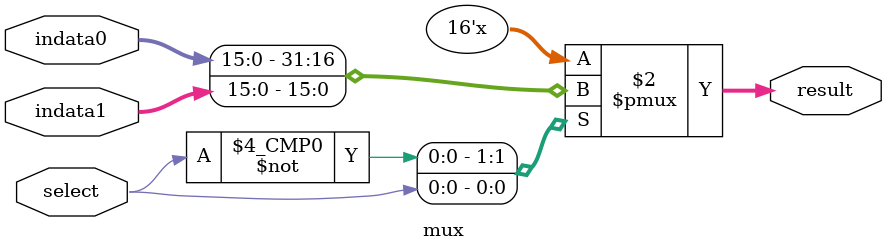
<source format=v>
module mux(
	result,   // Output of multiplexer
	indata0,  // Input 0
	indata1,  // Input 1
	select    // 1-bit select
	);	

output [15:0] result;
input [15:0] indata0, indata1;
input select;

reg [15:0] result;

always @(indata0 or indata1 or select)
	case(select)
	0: result = indata0;
	1: result = indata1;
	endcase

endmodule
</source>
